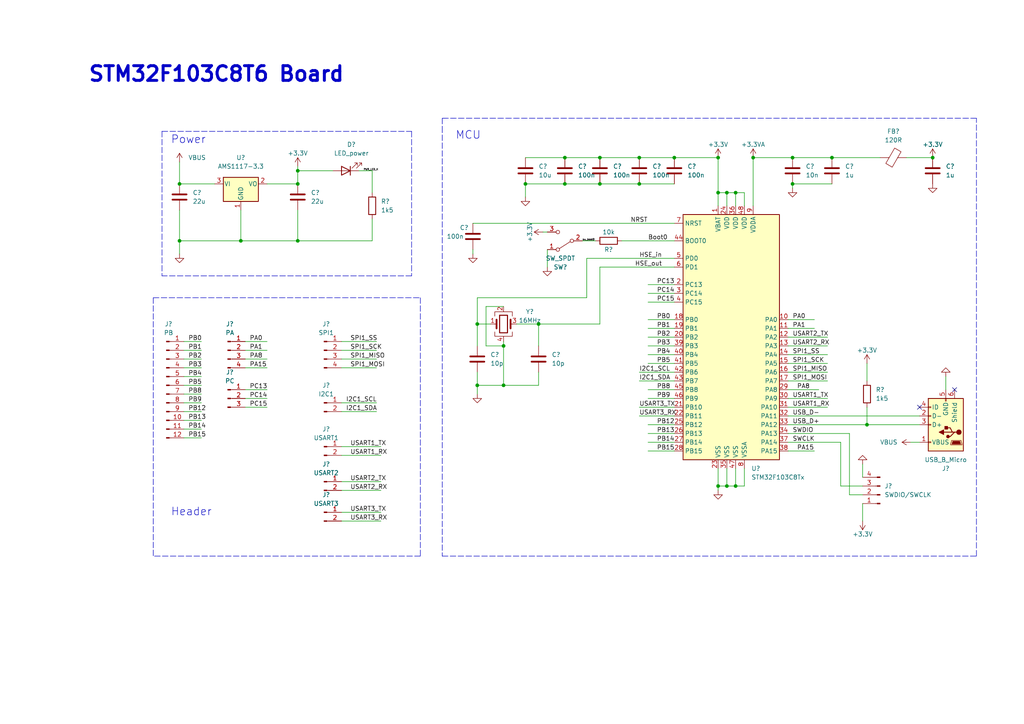
<source format=kicad_sch>
(kicad_sch (version 20211123) (generator eeschema)
  (paper "A4")
  (title_block (title "STM32 board") (date "2022-09-25") (company "Nguyen Duy Huan"))
  (lib_symbols
    (symbol "Connector:Conn_01x02_Male" (pin_names (offset 1.016) hide)
      (property "Reference" "J" (at 0 2.54 0))
      (property "Value" "Conn_01x02_Male" (at 0 -5.08 0))
      (symbol "Conn_01x02_Male_1_1"
        (polyline (pts (xy 1.27 -2.54) (xy 0.8636 -2.54)) (stroke (width 0.1524)))
        (polyline (pts (xy 1.27 0) (xy 0.8636 0)) (stroke (width 0.1524)))
        (rectangle (start 0.8636 -2.413) (end 0 -2.667) (stroke (width 0.1524)) (fill (type outline)))
        (rectangle (start 0.8636 0.127) (end 0 -0.127) (stroke (width 0.1524)) (fill (type outline)))
        (pin passive line (at 5.08 0 180) (length 3.81) (name "Pin_1") (number "1"))
        (pin passive line (at 5.08 -2.54 180) (length 3.81) (name "Pin_2") (number "2"))
      )
    )
    (symbol "Connector:Conn_01x03_Male" (pin_names (offset 1.016) hide)
      (property "Reference" "J" (at 0 5.08 0))
      (property "Value" "Conn_01x03_Male" (at 0 -5.08 0))
      (symbol "Conn_01x03_Male_1_1"
        (polyline (pts (xy 1.27 -2.54) (xy 0.8636 -2.54)) (stroke (width 0.1524)))
        (polyline (pts (xy 1.27 0) (xy 0.8636 0)) (stroke (width 0.1524)))
        (polyline (pts (xy 1.27 2.54) (xy 0.8636 2.54)) (stroke (width 0.1524)))
        (rectangle (start 0.8636 -2.413) (end 0 -2.667) (stroke (width 0.1524)) (fill (type outline)))
        (rectangle (start 0.8636 0.127) (end 0 -0.127) (stroke (width 0.1524)) (fill (type outline)))
        (rectangle (start 0.8636 2.667) (end 0 2.413) (stroke (width 0.1524)) (fill (type outline)))
        (pin passive line (at 5.08 2.54 180) (length 3.81) (name "Pin_1") (number "1"))
        (pin passive line (at 5.08 0 180) (length 3.81) (name "Pin_2") (number "2"))
        (pin passive line (at 5.08 -2.54 180) (length 3.81) (name "Pin_3") (number "3"))
      )
    )
    (symbol "Connector:Conn_01x04_Male" (pin_names (offset 1.016) hide)
      (property "Reference" "J" (at 0 5.08 0))
      (property "Value" "Conn_01x04_Male" (at 0 -7.62 0))
      (symbol "Conn_01x04_Male_1_1"
        (polyline (pts (xy 1.27 -5.08) (xy 0.8636 -5.08)) (stroke (width 0.1524)))
        (polyline (pts (xy 1.27 -2.54) (xy 0.8636 -2.54)) (stroke (width 0.1524)))
        (polyline (pts (xy 1.27 0) (xy 0.8636 0)) (stroke (width 0.1524)))
        (polyline (pts (xy 1.27 2.54) (xy 0.8636 2.54)) (stroke (width 0.1524)))
        (rectangle (start 0.8636 -4.953) (end 0 -5.207) (stroke (width 0.1524)) (fill (type outline)))
        (rectangle (start 0.8636 -2.413) (end 0 -2.667) (stroke (width 0.1524)) (fill (type outline)))
        (rectangle (start 0.8636 0.127) (end 0 -0.127) (stroke (width 0.1524)) (fill (type outline)))
        (rectangle (start 0.8636 2.667) (end 0 2.413) (stroke (width 0.1524)) (fill (type outline)))
        (pin passive line (at 5.08 2.54 180) (length 3.81) (name "Pin_1") (number "1"))
        (pin passive line (at 5.08 0 180) (length 3.81) (name "Pin_2") (number "2"))
        (pin passive line (at 5.08 -2.54 180) (length 3.81) (name "Pin_3") (number "3"))
        (pin passive line (at 5.08 -5.08 180) (length 3.81) (name "Pin_4") (number "4"))
      )
    )
    (symbol "Connector:Conn_01x12_Male" (pin_names (offset 1.016) hide)
      (property "Reference" "J" (at 0 15.24 0))
      (property "Value" "Conn_01x12_Male" (at 0 -17.78 0))
      (symbol "Conn_01x12_Male_1_1"
        (polyline (pts (xy 1.27 -15.24) (xy 0.8636 -15.24)) (stroke (width 0.1524)))
        (polyline (pts (xy 1.27 -12.7) (xy 0.8636 -12.7)) (stroke (width 0.1524)))
        (polyline (pts (xy 1.27 -10.16) (xy 0.8636 -10.16)) (stroke (width 0.1524)))
        (polyline (pts (xy 1.27 -7.62) (xy 0.8636 -7.62)) (stroke (width 0.1524)))
        (polyline (pts (xy 1.27 -5.08) (xy 0.8636 -5.08)) (stroke (width 0.1524)))
        (polyline (pts (xy 1.27 -2.54) (xy 0.8636 -2.54)) (stroke (width 0.1524)))
        (polyline (pts (xy 1.27 0) (xy 0.8636 0)) (stroke (width 0.1524)))
        (polyline (pts (xy 1.27 2.54) (xy 0.8636 2.54)) (stroke (width 0.1524)))
        (polyline (pts (xy 1.27 5.08) (xy 0.8636 5.08)) (stroke (width 0.1524)))
        (polyline (pts (xy 1.27 7.62) (xy 0.8636 7.62)) (stroke (width 0.1524)))
        (polyline (pts (xy 1.27 10.16) (xy 0.8636 10.16)) (stroke (width 0.1524)))
        (polyline (pts (xy 1.27 12.7) (xy 0.8636 12.7)) (stroke (width 0.1524)))
        (rectangle (start 0.8636 -15.113) (end 0 -15.367) (stroke (width 0.1524)) (fill (type outline)))
        (rectangle (start 0.8636 -12.573) (end 0 -12.827) (stroke (width 0.1524)) (fill (type outline)))
        (rectangle (start 0.8636 -10.033) (end 0 -10.287) (stroke (width 0.1524)) (fill (type outline)))
        (rectangle (start 0.8636 -7.493) (end 0 -7.747) (stroke (width 0.1524)) (fill (type outline)))
        (rectangle (start 0.8636 -4.953) (end 0 -5.207) (stroke (width 0.1524)) (fill (type outline)))
        (rectangle (start 0.8636 -2.413) (end 0 -2.667) (stroke (width 0.1524)) (fill (type outline)))
        (rectangle (start 0.8636 0.127) (end 0 -0.127) (stroke (width 0.1524)) (fill (type outline)))
        (rectangle (start 0.8636 2.667) (end 0 2.413) (stroke (width 0.1524)) (fill (type outline)))
        (rectangle (start 0.8636 5.207) (end 0 4.953) (stroke (width 0.1524)) (fill (type outline)))
        (rectangle (start 0.8636 7.747) (end 0 7.493) (stroke (width 0.1524)) (fill (type outline)))
        (rectangle (start 0.8636 10.287) (end 0 10.033) (stroke (width 0.1524)) (fill (type outline)))
        (rectangle (start 0.8636 12.827) (end 0 12.573) (stroke (width 0.1524)) (fill (type outline)))
        (pin passive line (at 5.08 12.7 180) (length 3.81) (name "Pin_1") (number "1"))
        (pin passive line (at 5.08 -10.16 180) (length 3.81) (name "Pin_10") (number "10"))
        (pin passive line (at 5.08 -12.7 180) (length 3.81) (name "Pin_11") (number "11"))
        (pin passive line (at 5.08 -15.24 180) (length 3.81) (name "Pin_12") (number "12"))
        (pin passive line (at 5.08 10.16 180) (length 3.81) (name "Pin_2") (number "2"))
        (pin passive line (at 5.08 7.62 180) (length 3.81) (name "Pin_3") (number "3"))
        (pin passive line (at 5.08 5.08 180) (length 3.81) (name "Pin_4") (number "4"))
        (pin passive line (at 5.08 2.54 180) (length 3.81) (name "Pin_5") (number "5"))
        (pin passive line (at 5.08 0 180) (length 3.81) (name "Pin_6") (number "6"))
        (pin passive line (at 5.08 -2.54 180) (length 3.81) (name "Pin_7") (number "7"))
        (pin passive line (at 5.08 -5.08 180) (length 3.81) (name "Pin_8") (number "8"))
        (pin passive line (at 5.08 -7.62 180) (length 3.81) (name "Pin_9") (number "9"))
      )
    )
    (symbol "Connector:USB_B_Micro" (pin_names (offset 1.016))
      (property "Reference" "J" (at -5.08 11.43 0))
      (property "Value" "USB_B_Micro" (at -5.08 8.89 0))
      (symbol "USB_B_Micro_0_1"
        (rectangle (start -5.08 -7.62) (end 5.08 7.62) (stroke (width 0.254)) (fill (type background)))
        (circle (center -3.81 2.159) (radius 0.635) (stroke (width 0.254)) (fill (type outline)))
        (circle (center -0.635 3.429) (radius 0.381) (stroke (width 0.254)) (fill (type outline)))
        (rectangle (start -0.127 -7.62) (end 0.127 -6.858))
        (polyline (pts (xy -1.905 2.159) (xy 0.635 2.159)) (stroke (width 0.254)))
        (polyline (pts (xy -3.175 2.159) (xy -2.54 2.159) (xy -1.27 3.429) (xy -0.635 3.429)) (stroke (width 0.254)))
        (polyline (pts (xy -2.54 2.159) (xy -1.905 2.159) (xy -1.27 0.889) (xy 0 0.889)) (stroke (width 0.254)))
        (polyline (pts (xy 0.635 2.794) (xy 0.635 1.524) (xy 1.905 2.159) (xy 0.635 2.794)) (stroke (width 0.254)) (fill (type outline)))
        (polyline (pts (xy -4.318 5.588) (xy -1.778 5.588) (xy -2.032 4.826) (xy -4.064 4.826) (xy -4.318 5.588)) (fill (type outline)))
        (polyline (pts (xy -4.699 5.842) (xy -4.699 5.588) (xy -4.445 4.826) (xy -4.445 4.572) (xy -1.651 4.572) (xy -1.651 4.826) (xy -1.397 5.588) (xy -1.397 5.842) (xy -4.699 5.842)))
        (rectangle (start 0.254 1.27) (end -0.508 0.508) (stroke (width 0.254)) (fill (type outline)))
        (rectangle (start 5.08 -5.207) (end 4.318 -4.953))
        (rectangle (start 5.08 -2.667) (end 4.318 -2.413))
        (rectangle (start 5.08 -0.127) (end 4.318 0.127))
        (rectangle (start 5.08 4.953) (end 4.318 5.207))
      )
      (symbol "USB_B_Micro_1_1"
        (pin power_out line (at 7.62 5.08 180) (length 2.54) (name "VBUS") (number "1"))
        (pin bidirectional line (at 7.62 -2.54 180) (length 2.54) (name "D-") (number "2"))
        (pin bidirectional line (at 7.62 0 180) (length 2.54) (name "D+") (number "3"))
        (pin passive line (at 7.62 -5.08 180) (length 2.54) (name "ID") (number "4"))
        (pin power_out line (at 0 -10.16 90) (length 2.54) (name "GND") (number "5"))
        (pin passive line (at -2.54 -10.16 90) (length 2.54) (name "Shield") (number "6"))
      )
    )
    (symbol "Device:C" (pin_numbers hide) (pin_names (offset 0.254))
      (property "Reference" "C" (at 0.635 2.54 0))
      (property "Value" "C" (at 0.635 -2.54 0))
      (symbol "C_0_1"
        (polyline (pts (xy -2.032 -0.762) (xy 2.032 -0.762)) (stroke (width 0.508)))
        (polyline (pts (xy -2.032 0.762) (xy 2.032 0.762)) (stroke (width 0.508)))
      )
      (symbol "C_1_1"
        (pin passive line (at 0 3.81 270) (length 2.794) (name "~") (number "1"))
        (pin passive line (at 0 -3.81 90) (length 2.794) (name "~") (number "2"))
      )
    )
    (symbol "Device:Crystal_GND24" (pin_names (offset 1.016) hide)
      (property "Reference" "Y" (at 3.175 5.08 0))
      (property "Value" "Crystal_GND24" (at 3.175 3.175 0))
      (symbol "Crystal_GND24_0_1"
        (rectangle (start -1.143 2.54) (end 1.143 -2.54) (stroke (width 0.3048)))
        (polyline (pts (xy -2.54 0) (xy -2.032 0)))
        (polyline (pts (xy -2.032 -1.27) (xy -2.032 1.27)) (stroke (width 0.508)))
        (polyline (pts (xy 0 -3.81) (xy 0 -3.556)))
        (polyline (pts (xy 0 3.556) (xy 0 3.81)))
        (polyline (pts (xy 2.032 -1.27) (xy 2.032 1.27)) (stroke (width 0.508)))
        (polyline (pts (xy 2.032 0) (xy 2.54 0)))
        (polyline (pts (xy -2.54 -2.286) (xy -2.54 -3.556) (xy 2.54 -3.556) (xy 2.54 -2.286)))
        (polyline (pts (xy -2.54 2.286) (xy -2.54 3.556) (xy 2.54 3.556) (xy 2.54 2.286)))
      )
      (symbol "Crystal_GND24_1_1"
        (pin passive line (at -3.81 0 0) (length 1.27) (name "1") (number "1"))
        (pin passive line (at 0 5.08 270) (length 1.27) (name "2") (number "2"))
        (pin passive line (at 3.81 0 180) (length 1.27) (name "3") (number "3"))
        (pin passive line (at 0 -5.08 90) (length 1.27) (name "4") (number "4"))
      )
    )
    (symbol "Device:FerriteBead" (pin_numbers hide) (pin_names (offset 0))
      (property "Reference" "FB" (at -3.81 0.635 90))
      (property "Value" "FerriteBead" (at 3.81 0 90))
      (symbol "FerriteBead_0_1"
        (polyline (pts (xy 0 -1.27) (xy 0 -1.2192)))
        (polyline (pts (xy 0 1.27) (xy 0 1.2954)))
        (polyline (pts (xy -2.7686 0.4064) (xy -1.7018 2.2606) (xy 2.7686 -0.3048) (xy 1.6764 -2.159) (xy -2.7686 0.4064)))
      )
      (symbol "FerriteBead_1_1"
        (pin passive line (at 0 3.81 270) (length 2.54) (name "~") (number "1"))
        (pin passive line (at 0 -3.81 90) (length 2.54) (name "~") (number "2"))
      )
    )
    (symbol "Device:LED" (pin_numbers hide) (pin_names (offset 1.016) hide)
      (property "Reference" "D" (at 0 2.54 0))
      (property "Value" "LED" (at 0 -2.54 0))
      (symbol "LED_0_1"
        (polyline (pts (xy -1.27 -1.27) (xy -1.27 1.27)) (stroke (width 0.254)))
        (polyline (pts (xy -1.27 0) (xy 1.27 0)))
        (polyline (pts (xy 1.27 -1.27) (xy 1.27 1.27) (xy -1.27 0) (xy 1.27 -1.27)) (stroke (width 0.254)))
        (polyline (pts (xy -3.048 -0.762) (xy -4.572 -2.286) (xy -3.81 -2.286) (xy -4.572 -2.286) (xy -4.572 -1.524)))
        (polyline (pts (xy -1.778 -0.762) (xy -3.302 -2.286) (xy -2.54 -2.286) (xy -3.302 -2.286) (xy -3.302 -1.524)))
      )
      (symbol "LED_1_1"
        (pin passive line (at -3.81 0 0) (length 2.54) (name "K") (number "1"))
        (pin passive line (at 3.81 0 180) (length 2.54) (name "A") (number "2"))
      )
    )
    (symbol "Device:R" (pin_numbers hide) (pin_names (offset 0))
      (property "Reference" "R" (at 2.032 0 90))
      (property "Value" "R" (at 0 0 90))
      (symbol "R_0_1"
        (rectangle (start -1.016 -2.54) (end 1.016 2.54) (stroke (width 0.254)))
      )
      (symbol "R_1_1"
        (pin passive line (at 0 3.81 270) (length 1.27) (name "~") (number "1"))
        (pin passive line (at 0 -3.81 90) (length 1.27) (name "~") (number "2"))
      )
    )
    (symbol "MCU_ST_STM32F1:STM32F103C8Tx"
      (property "Reference" "U" (at -15.24 36.83 0))
      (property "Value" "STM32F103C8Tx" (at 7.62 36.83 0))
      (symbol "STM32F103C8Tx_0_1"
        (rectangle (start -15.24 -35.56) (end 12.7 35.56) (stroke (width 0.254)) (fill (type background)))
      )
      (symbol "STM32F103C8Tx_1_1"
        (pin power_in line (at -5.08 38.1 270) (length 2.54) (name "VBAT") (number "1"))
        (pin bidirectional line (at 15.24 5.08 180) (length 2.54) (name "PA0") (number "10"))
        (pin bidirectional line (at 15.24 2.54 180) (length 2.54) (name "PA1") (number "11"))
        (pin bidirectional line (at 15.24 0 180) (length 2.54) (name "PA2") (number "12"))
        (pin bidirectional line (at 15.24 -2.54 180) (length 2.54) (name "PA3") (number "13"))
        (pin bidirectional line (at 15.24 -5.08 180) (length 2.54) (name "PA4") (number "14"))
        (pin bidirectional line (at 15.24 -7.62 180) (length 2.54) (name "PA5") (number "15"))
        (pin bidirectional line (at 15.24 -10.16 180) (length 2.54) (name "PA6") (number "16"))
        (pin bidirectional line (at 15.24 -12.7 180) (length 2.54) (name "PA7") (number "17"))
        (pin bidirectional line (at -17.78 5.08 0) (length 2.54) (name "PB0") (number "18"))
        (pin bidirectional line (at -17.78 2.54 0) (length 2.54) (name "PB1") (number "19"))
        (pin bidirectional line (at -17.78 15.24 0) (length 2.54) (name "PC13") (number "2"))
        (pin bidirectional line (at -17.78 0 0) (length 2.54) (name "PB2") (number "20"))
        (pin bidirectional line (at -17.78 -20.32 0) (length 2.54) (name "PB10") (number "21"))
        (pin bidirectional line (at -17.78 -22.86 0) (length 2.54) (name "PB11") (number "22"))
        (pin power_in line (at -5.08 -38.1 90) (length 2.54) (name "VSS") (number "23"))
        (pin power_in line (at -2.54 38.1 270) (length 2.54) (name "VDD") (number "24"))
        (pin bidirectional line (at -17.78 -25.4 0) (length 2.54) (name "PB12") (number "25"))
        (pin bidirectional line (at -17.78 -27.94 0) (length 2.54) (name "PB13") (number "26"))
        (pin bidirectional line (at -17.78 -30.48 0) (length 2.54) (name "PB14") (number "27"))
        (pin bidirectional line (at -17.78 -33.02 0) (length 2.54) (name "PB15") (number "28"))
        (pin bidirectional line (at 15.24 -15.24 180) (length 2.54) (name "PA8") (number "29"))
        (pin bidirectional line (at -17.78 12.7 0) (length 2.54) (name "PC14") (number "3"))
        (pin bidirectional line (at 15.24 -17.78 180) (length 2.54) (name "PA9") (number "30"))
        (pin bidirectional line (at 15.24 -20.32 180) (length 2.54) (name "PA10") (number "31"))
        (pin bidirectional line (at 15.24 -22.86 180) (length 2.54) (name "PA11") (number "32"))
        (pin bidirectional line (at 15.24 -25.4 180) (length 2.54) (name "PA12") (number "33"))
        (pin bidirectional line (at 15.24 -27.94 180) (length 2.54) (name "PA13") (number "34"))
        (pin power_in line (at -2.54 -38.1 90) (length 2.54) (name "VSS") (number "35"))
        (pin power_in line (at 0 38.1 270) (length 2.54) (name "VDD") (number "36"))
        (pin bidirectional line (at 15.24 -30.48 180) (length 2.54) (name "PA14") (number "37"))
        (pin bidirectional line (at 15.24 -33.02 180) (length 2.54) (name "PA15") (number "38"))
        (pin bidirectional line (at -17.78 -2.54 0) (length 2.54) (name "PB3") (number "39"))
        (pin bidirectional line (at -17.78 10.16 0) (length 2.54) (name "PC15") (number "4"))
        (pin bidirectional line (at -17.78 -5.08 0) (length 2.54) (name "PB4") (number "40"))
        (pin bidirectional line (at -17.78 -7.62 0) (length 2.54) (name "PB5") (number "41"))
        (pin bidirectional line (at -17.78 -10.16 0) (length 2.54) (name "PB6") (number "42"))
        (pin bidirectional line (at -17.78 -12.7 0) (length 2.54) (name "PB7") (number "43"))
        (pin input line (at -17.78 27.94 0) (length 2.54) (name "BOOT0") (number "44"))
        (pin bidirectional line (at -17.78 -15.24 0) (length 2.54) (name "PB8") (number "45"))
        (pin bidirectional line (at -17.78 -17.78 0) (length 2.54) (name "PB9") (number "46"))
        (pin power_in line (at 0 -38.1 90) (length 2.54) (name "VSS") (number "47"))
        (pin power_in line (at 2.54 38.1 270) (length 2.54) (name "VDD") (number "48"))
        (pin input line (at -17.78 22.86 0) (length 2.54) (name "PD0") (number "5"))
        (pin input line (at -17.78 20.32 0) (length 2.54) (name "PD1") (number "6"))
        (pin input line (at -17.78 33.02 0) (length 2.54) (name "NRST") (number "7"))
        (pin power_in line (at 2.54 -38.1 90) (length 2.54) (name "VSSA") (number "8"))
        (pin power_in line (at 5.08 38.1 270) (length 2.54) (name "VDDA") (number "9"))
      )
    )
    (symbol "Regulator_Linear:AMS1117-3.3" (pin_names (offset 0.254))
      (property "Reference" "U" (at -3.81 3.175 0))
      (property "Value" "AMS1117-3.3" (at 0 3.175 0))
      (symbol "AMS1117-3.3_0_1"
        (rectangle (start -5.08 -5.08) (end 5.08 1.905) (stroke (width 0.254)) (fill (type background)))
      )
      (symbol "AMS1117-3.3_1_1"
        (pin power_in line (at 0 -7.62 90) (length 2.54) (name "GND") (number "1"))
        (pin power_out line (at 7.62 0 180) (length 2.54) (name "VO") (number "2"))
        (pin power_in line (at -7.62 0 0) (length 2.54) (name "VI") (number "3"))
      )
    )
    (symbol "Switch:SW_SPDT" (pin_names (offset 0) hide)
      (property "Reference" "SW" (at 0 4.318 0))
      (property "Value" "SW_SPDT" (at 0 -5.08 0))
      (symbol "SW_SPDT_0_0"
        (circle (center -2.032 0) (radius 0.508))
        (circle (center 2.032 -2.54) (radius 0.508))
      )
      (symbol "SW_SPDT_0_1"
        (polyline (pts (xy -1.524 0.254) (xy 1.651 2.286)))
        (circle (center 2.032 2.54) (radius 0.508))
      )
      (symbol "SW_SPDT_1_1"
        (pin passive line (at 5.08 2.54 180) (length 2.54) (name "A") (number "1"))
        (pin passive line (at -5.08 0 0) (length 2.54) (name "B") (number "2"))
        (pin passive line (at 5.08 -2.54 180) (length 2.54) (name "C") (number "3"))
      )
    )
    (symbol "power:+3.3V" (power) (pin_names (offset 0))
      (property "Value" "+3.3V" (at 0 3.556 0))
      (symbol "+3.3V_0_1"
        (polyline (pts (xy -0.762 1.27) (xy 0 2.54)))
        (polyline (pts (xy 0 0) (xy 0 2.54)))
        (polyline (pts (xy 0 2.54) (xy 0.762 1.27)))
      )
      (symbol "+3.3V_1_1"
        (pin power_in line (at 0 0 90) (length 0) hide (name "+3.3V") (number "1"))
      )
    )
    (symbol "power:+3.3VA" (power) (pin_names (offset 0))
      (property "Value" "+3.3VA" (at 0 3.556 0))
      (symbol "+3.3VA_0_1"
        (polyline (pts (xy -0.762 1.27) (xy 0 2.54)))
        (polyline (pts (xy 0 0) (xy 0 2.54)))
        (polyline (pts (xy 0 2.54) (xy 0.762 1.27)))
      )
      (symbol "+3.3VA_1_1"
        (pin power_in line (at 0 0 90) (length 0) hide (name "+3.3VA") (number "1"))
      )
    )
    (symbol "power:GND" (power) (pin_names (offset 0))
      (property "Value" "GND" (at 0 -3.81 0))
      (symbol "GND_0_1"
        (polyline (pts (xy 0 0) (xy 0 -1.27) (xy 1.27 -1.27) (xy 0 -2.54) (xy -1.27 -1.27) (xy 0 -1.27)))
      )
      (symbol "GND_1_1"
        (pin power_in line (at 0 0 270) (length 0) hide (name "GND") (number "1"))
      )
    )
    (symbol "power:VBUS" (power) (pin_names (offset 0))
      (property "Value" "VBUS" (at 0 3.81 0))
      (symbol "VBUS_0_1"
        (polyline (pts (xy -0.762 1.27) (xy 0 2.54)))
        (polyline (pts (xy 0 0) (xy 0 2.54)))
        (polyline (pts (xy 0 2.54) (xy 0.762 1.27)))
      )
      (symbol "VBUS_1_1"
        (pin power_in line (at 0 0 90) (length 0) hide (name "VBUS") (number "1"))
      )
    )
  )
  (junction (at 173.99 53.34))
  (junction (at 229.87 45.72))
  (junction (at 213.36 140.97))
  (junction (at 146.05 111.76))
  (junction (at 185.42 53.34))
  (junction (at 208.28 45.72))
  (junction (at 208.28 140.97))
  (junction (at 218.44 45.72))
  (junction (at 146.05 100.33))
  (junction (at 213.36 55.88))
  (junction (at 185.42 45.72))
  (junction (at 86.36 53.34))
  (junction (at 251.46 123.19))
  (junction (at 86.36 49.53))
  (junction (at 163.83 45.72))
  (junction (at 229.87 53.34))
  (junction (at 173.99 45.72))
  (junction (at 138.43 93.98))
  (junction (at 210.82 140.97))
  (junction (at 52.07 69.85))
  (junction (at 210.82 55.88))
  (junction (at 152.4 53.34))
  (junction (at 270.51 45.72))
  (junction (at 86.36 69.85))
  (junction (at 163.83 53.34))
  (junction (at 52.07 53.34))
  (junction (at 241.3 45.72))
  (junction (at 156.21 93.98))
  (junction (at 195.58 45.72))
  (junction (at 69.85 69.85))
  (junction (at 138.43 111.76))
  (junction (at 208.28 55.88))
  (no_connect (at 276.86 113.03))
  (no_connect (at 266.7 118.11))
  (wire (pts (xy 173.99 53.34) (xy 185.42 53.34)))
  (wire (pts (xy 53.34 114.3) (xy 58.42 114.3)))
  (wire (pts (xy 195.58 45.72) (xy 208.28 45.72)))
  (wire (pts (xy 170.18 74.93) (xy 195.58 74.93)))
  (wire (pts (xy 156.21 107.95) (xy 156.21 111.76)))
  (wire (pts (xy 71.12 99.06) (xy 77.47 99.06)))
  (wire (pts (xy 138.43 93.98) (xy 138.43 100.33)))
  (polyline (pts (xy 44.45 86.36) (xy 44.45 161.29)))
  (wire (pts (xy 187.96 97.79) (xy 195.58 97.79)))
  (wire (pts (xy 99.06 129.54) (xy 110.49 129.54)))
  (wire (pts (xy 243.84 128.27) (xy 243.84 140.97)))
  (wire (pts (xy 187.96 128.27) (xy 195.58 128.27)))
  (wire (pts (xy 69.85 60.96) (xy 69.85 69.85)))
  (polyline (pts (xy 283.21 34.29) (xy 128.27 34.29)))
  (wire (pts (xy 187.96 100.33) (xy 195.58 100.33)))
  (wire (pts (xy 187.96 87.63) (xy 195.58 87.63)))
  (wire (pts (xy 173.99 93.98) (xy 173.99 77.47)))
  (wire (pts (xy 158.75 72.39) (xy 158.75 77.47)))
  (wire (pts (xy 71.12 113.03) (xy 77.47 113.03)))
  (wire (pts (xy 228.6 120.65) (xy 266.7 120.65)))
  (wire (pts (xy 213.36 55.88) (xy 210.82 55.88)))
  (wire (pts (xy 152.4 45.72) (xy 163.83 45.72)))
  (wire (pts (xy 156.21 93.98) (xy 173.99 93.98)))
  (wire (pts (xy 163.83 45.72) (xy 173.99 45.72)))
  (wire (pts (xy 185.42 120.65) (xy 195.58 120.65)))
  (wire (pts (xy 187.96 123.19) (xy 195.58 123.19)))
  (wire (pts (xy 185.42 107.95) (xy 195.58 107.95)))
  (wire (pts (xy 53.34 109.22) (xy 58.42 109.22)))
  (wire (pts (xy 228.6 128.27) (xy 243.84 128.27)))
  (wire (pts (xy 99.06 119.38) (xy 109.22 119.38)))
  (wire (pts (xy 173.99 45.72) (xy 185.42 45.72)))
  (wire (pts (xy 228.6 100.33) (xy 240.03 100.33)))
  (wire (pts (xy 208.28 135.89) (xy 208.28 140.97)))
  (wire (pts (xy 228.6 113.03) (xy 237.49 113.03)))
  (wire (pts (xy 53.34 121.92) (xy 58.42 121.92)))
  (wire (pts (xy 170.18 74.93) (xy 170.18 86.36)))
  (wire (pts (xy 138.43 107.95) (xy 138.43 111.76)))
  (wire (pts (xy 138.43 93.98) (xy 142.24 93.98)))
  (wire (pts (xy 137.16 64.77) (xy 195.58 64.77)))
  (wire (pts (xy 86.36 49.53) (xy 86.36 53.34)))
  (wire (pts (xy 77.47 53.34) (xy 86.36 53.34)))
  (wire (pts (xy 170.18 86.36) (xy 138.43 86.36)))
  (wire (pts (xy 52.07 60.96) (xy 52.07 69.85)))
  (wire (pts (xy 228.6 123.19) (xy 251.46 123.19)))
  (wire (pts (xy 250.19 134.62) (xy 250.19 138.43)))
  (wire (pts (xy 229.87 45.72) (xy 241.3 45.72)))
  (wire (pts (xy 185.42 53.34) (xy 195.58 53.34)))
  (polyline (pts (xy 119.38 38.1) (xy 119.38 80.01)))
  (wire (pts (xy 210.82 140.97) (xy 208.28 140.97)))
  (wire (pts (xy 274.32 109.22) (xy 274.32 113.03)))
  (wire (pts (xy 228.6 102.87) (xy 240.03 102.87)))
  (polyline (pts (xy 121.92 161.29) (xy 44.45 161.29)))
  (wire (pts (xy 156.21 93.98) (xy 156.21 100.33)))
  (wire (pts (xy 208.28 45.72) (xy 208.28 55.88)))
  (wire (pts (xy 137.16 73.66) (xy 137.16 72.39)))
  (wire (pts (xy 71.12 118.11) (xy 77.47 118.11)))
  (wire (pts (xy 215.9 55.88) (xy 213.36 55.88)))
  (wire (pts (xy 185.42 118.11) (xy 195.58 118.11)))
  (wire (pts (xy 86.36 48.26) (xy 86.36 49.53)))
  (wire (pts (xy 52.07 69.85) (xy 52.07 73.66)))
  (wire (pts (xy 228.6 92.71) (xy 236.22 92.71)))
  (wire (pts (xy 99.06 132.08) (xy 110.49 132.08)))
  (wire (pts (xy 246.38 143.51) (xy 250.19 143.51)))
  (wire (pts (xy 71.12 106.68) (xy 77.47 106.68)))
  (wire (pts (xy 146.05 111.76) (xy 138.43 111.76)))
  (wire (pts (xy 208.28 140.97) (xy 208.28 142.24)))
  (wire (pts (xy 187.96 125.73) (xy 195.58 125.73)))
  (wire (pts (xy 210.82 55.88) (xy 208.28 55.88)))
  (polyline (pts (xy 283.21 161.29) (xy 283.21 34.29)))
  (wire (pts (xy 157.48 67.31) (xy 158.75 67.31)))
  (wire (pts (xy 140.97 100.33) (xy 146.05 100.33)))
  (wire (pts (xy 229.87 53.34) (xy 229.87 54.61)))
  (wire (pts (xy 243.84 140.97) (xy 250.19 140.97)))
  (wire (pts (xy 71.12 115.57) (xy 77.47 115.57)))
  (wire (pts (xy 52.07 46.99) (xy 52.07 53.34)))
  (wire (pts (xy 146.05 88.9) (xy 140.97 88.9)))
  (wire (pts (xy 187.96 92.71) (xy 195.58 92.71)))
  (polyline (pts (xy 46.99 38.1) (xy 46.99 80.01)))
  (polyline (pts (xy 119.38 80.01) (xy 46.99 80.01)))
  (wire (pts (xy 228.6 105.41) (xy 240.03 105.41)))
  (wire (pts (xy 107.95 49.53) (xy 107.95 55.88)))
  (wire (pts (xy 140.97 88.9) (xy 140.97 100.33)))
  (wire (pts (xy 228.6 130.81) (xy 236.22 130.81)))
  (wire (pts (xy 99.06 142.24) (xy 110.49 142.24)))
  (wire (pts (xy 146.05 100.33) (xy 146.05 111.76)))
  (wire (pts (xy 251.46 118.11) (xy 251.46 123.19)))
  (wire (pts (xy 229.87 53.34) (xy 241.3 53.34)))
  (wire (pts (xy 107.95 69.85) (xy 107.95 63.5)))
  (wire (pts (xy 262.89 45.72) (xy 270.51 45.72)))
  (wire (pts (xy 210.82 55.88) (xy 210.82 59.69)))
  (polyline (pts (xy 128.27 34.29) (xy 128.27 36.83)))
  (wire (pts (xy 71.12 101.6) (xy 77.47 101.6)))
  (wire (pts (xy 187.96 130.81) (xy 195.58 130.81)))
  (wire (pts (xy 218.44 45.72) (xy 218.44 59.69)))
  (wire (pts (xy 146.05 100.33) (xy 146.05 99.06)))
  (wire (pts (xy 228.6 110.49) (xy 240.03 110.49)))
  (wire (pts (xy 187.96 85.09) (xy 195.58 85.09)))
  (wire (pts (xy 156.21 111.76) (xy 146.05 111.76)))
  (wire (pts (xy 53.34 104.14) (xy 58.42 104.14)))
  (wire (pts (xy 215.9 140.97) (xy 213.36 140.97)))
  (wire (pts (xy 53.34 106.68) (xy 58.42 106.68)))
  (wire (pts (xy 53.34 99.06) (xy 58.42 99.06)))
  (wire (pts (xy 53.34 127) (xy 58.42 127)))
  (wire (pts (xy 152.4 53.34) (xy 152.4 57.15)))
  (wire (pts (xy 187.96 102.87) (xy 195.58 102.87)))
  (wire (pts (xy 187.96 82.55) (xy 195.58 82.55)))
  (wire (pts (xy 180.34 69.85) (xy 195.58 69.85)))
  (wire (pts (xy 99.06 99.06) (xy 109.22 99.06)))
  (wire (pts (xy 99.06 151.13) (xy 110.49 151.13)))
  (wire (pts (xy 168.91 69.85) (xy 172.72 69.85)))
  (wire (pts (xy 53.34 111.76) (xy 58.42 111.76)))
  (wire (pts (xy 185.42 45.72) (xy 195.58 45.72)))
  (wire (pts (xy 149.86 93.98) (xy 156.21 93.98)))
  (wire (pts (xy 138.43 86.36) (xy 138.43 93.98)))
  (wire (pts (xy 213.36 135.89) (xy 213.36 140.97)))
  (wire (pts (xy 185.42 110.49) (xy 195.58 110.49)))
  (wire (pts (xy 99.06 101.6) (xy 109.22 101.6)))
  (wire (pts (xy 69.85 69.85) (xy 52.07 69.85)))
  (polyline (pts (xy 44.45 86.36) (xy 121.92 86.36)))
  (wire (pts (xy 251.46 123.19) (xy 266.7 123.19)))
  (wire (pts (xy 246.38 125.73) (xy 246.38 143.51)))
  (wire (pts (xy 53.34 116.84) (xy 58.42 116.84)))
  (wire (pts (xy 52.07 53.34) (xy 62.23 53.34)))
  (wire (pts (xy 228.6 115.57) (xy 240.03 115.57)))
  (wire (pts (xy 229.87 45.72) (xy 218.44 45.72)))
  (wire (pts (xy 264.16 128.27) (xy 266.7 128.27)))
  (wire (pts (xy 215.9 59.69) (xy 215.9 55.88)))
  (wire (pts (xy 187.96 113.03) (xy 195.58 113.03)))
  (wire (pts (xy 138.43 111.76) (xy 138.43 114.3)))
  (wire (pts (xy 187.96 105.41) (xy 195.58 105.41)))
  (wire (pts (xy 228.6 97.79) (xy 240.03 97.79)))
  (wire (pts (xy 250.19 146.05) (xy 250.19 151.13)))
  (wire (pts (xy 104.14 49.53) (xy 107.95 49.53)))
  (wire (pts (xy 99.06 104.14) (xy 109.22 104.14)))
  (wire (pts (xy 187.96 95.25) (xy 195.58 95.25)))
  (wire (pts (xy 86.36 60.96) (xy 86.36 69.85)))
  (wire (pts (xy 251.46 105.41) (xy 251.46 110.49)))
  (wire (pts (xy 228.6 125.73) (xy 246.38 125.73)))
  (polyline (pts (xy 121.92 86.36) (xy 121.92 161.29)))
  (wire (pts (xy 187.96 115.57) (xy 195.58 115.57)))
  (wire (pts (xy 215.9 135.89) (xy 215.9 140.97)))
  (wire (pts (xy 99.06 106.68) (xy 109.22 106.68)))
  (wire (pts (xy 71.12 104.14) (xy 77.47 104.14)))
  (wire (pts (xy 213.36 140.97) (xy 210.82 140.97)))
  (wire (pts (xy 86.36 69.85) (xy 69.85 69.85)))
  (polyline (pts (xy 128.27 161.29) (xy 283.21 161.29)))
  (wire (pts (xy 53.34 124.46) (xy 58.42 124.46)))
  (wire (pts (xy 163.83 53.34) (xy 173.99 53.34)))
  (wire (pts (xy 228.6 95.25) (xy 236.22 95.25)))
  (polyline (pts (xy 46.99 38.1) (xy 119.38 38.1)))
  (wire (pts (xy 152.4 53.34) (xy 163.83 53.34)))
  (wire (pts (xy 208.28 55.88) (xy 208.28 59.69)))
  (wire (pts (xy 99.06 116.84) (xy 109.22 116.84)))
  (wire (pts (xy 99.06 139.7) (xy 110.49 139.7)))
  (wire (pts (xy 99.06 148.59) (xy 110.49 148.59)))
  (wire (pts (xy 210.82 135.89) (xy 210.82 140.97)))
  (wire (pts (xy 86.36 69.85) (xy 107.95 69.85)))
  (wire (pts (xy 228.6 107.95) (xy 240.03 107.95)))
  (wire (pts (xy 86.36 49.53) (xy 96.52 49.53)))
  (wire (pts (xy 213.36 59.69) (xy 213.36 55.88)))
  (wire (pts (xy 53.34 119.38) (xy 58.42 119.38)))
  (wire (pts (xy 53.34 101.6) (xy 58.42 101.6)))
  (wire (pts (xy 173.99 77.47) (xy 195.58 77.47)))
  (polyline (pts (xy 128.27 36.83) (xy 128.27 161.29)))
  (wire (pts (xy 228.6 118.11) (xy 240.03 118.11)))
  (wire (pts (xy 241.3 45.72) (xy 255.27 45.72)))
  (text "Header\n" (at 49.53 149.86 0) (effects (font (size 2.27 2.27)) (justify left bottom)))
  (text "STM32F103C8T6 Board" (at 25.4 24.13 0) (effects (font (size 4.27 4.27) (thickness 0.854) bold) (justify left bottom)))
  (text "Power\n" (at 49.53 41.91 0) (effects (font (size 2.27 2.27)) (justify left bottom)))
  (text "MCU" (at 132.08 40.64 0) (effects (font (size 2.27 2.27)) (justify left bottom)))
  (label "I2C1_SDA" (at 100.33 119.38 0))
  (label "USART2_TX" (at 101.6 139.7 0))
  (label "PA15" (at 231.14 130.81 0))
  (label "USART2_RX" (at 101.6 142.24 0))
  (label "PA1" (at 72.39 101.6 0))
  (label "SPI1_SCK" (at 229.87 105.41 0))
  (label "PB12" (at 54.61 119.38 0))
  (label "PB5" (at 54.61 111.76 0))
  (label "PC14" (at 72.39 115.57 0))
  (label "PB0" (at 54.61 99.06 0))
  (label "USART3_TX" (at 101.6 148.59 0))
  (label "I2C1_SCL" (at 185.42 107.95 0))
  (label "SPI1_MOSI" (at 101.6 106.68 0))
  (label "SPI1_SS" (at 101.6 99.06 0))
  (label "PA0" (at 229.87 92.71 0))
  (label "PB3" (at 54.61 106.68 0))
  (label "PB2" (at 190.5 97.79 0))
  (label "USART3_RX" (at 101.6 151.13 0))
  (label "I2C1_SDA" (at 185.42 110.49 0))
  (label "PB14" (at 190.5 128.27 0))
  (label "PB9" (at 54.61 116.84 0))
  (label "USART1_TX" (at 101.6 129.54 0))
  (label "HSE_in" (at 185.42 74.93 0))
  (label "USB_D-" (at 229.87 120.65 0))
  (label "sw_boot0" (at 168.91 69.85 0) (effects (font (size 0.5 0.5))))
  (label "PB8" (at 54.61 114.3 0))
  (label "PB15" (at 54.61 127 0))
  (label "Boot0" (at 187.96 69.85 0))
  (label "USART2_TX" (at 229.87 97.79 0))
  (label "SPI1_MISO" (at 229.87 107.95 0))
  (label "PC15" (at 72.39 118.11 0))
  (label "PB9" (at 190.5 115.57 0))
  (label "PB3" (at 190.5 100.33 0))
  (label "PC13" (at 190.5 82.55 0))
  (label "PB4" (at 54.61 109.22 0))
  (label "USART1_RX" (at 229.87 118.11 0))
  (label "SPI1_MOSI" (at 229.87 110.49 0))
  (label "USART1_TX" (at 229.87 115.57 0))
  (label "PB13" (at 54.61 121.92 0))
  (label "PB5" (at 190.5 105.41 0))
  (label "SPI1_SCK" (at 101.6 101.6 0))
  (label "PA15" (at 72.39 106.68 0))
  (label "PB0" (at 190.5 92.71 0))
  (label "PA1" (at 229.87 95.25 0))
  (label "SPI1_SS" (at 229.87 102.87 0))
  (label "PB15" (at 190.5 130.81 0))
  (label "PB2" (at 54.61 104.14 0))
  (label "SWCLK" (at 229.87 128.27 0))
  (label "I2C1_SCL" (at 100.33 116.84 0))
  (label "PA0" (at 72.39 99.06 0))
  (label "USB_D+" (at 229.87 123.19 0))
  (label "PWR_LED_K" (at 105.41 49.53 0) (effects (font (size 0.5 0.5))))
  (label "PC13" (at 72.39 113.03 0))
  (label "PB1" (at 190.5 95.25 0))
  (label "SWDIO" (at 229.87 125.73 0))
  (label "USART3_TX" (at 185.42 118.11 0))
  (label "NRST" (at 182.88 64.77 0))
  (label "PB1" (at 54.61 101.6 0))
  (label "PB12" (at 190.5 123.19 0))
  (label "PA8" (at 72.39 104.14 0))
  (label "PB14" (at 54.61 124.46 0))
  (label "PC15" (at 190.5 87.63 0))
  (label "SPI1_MISO" (at 101.6 104.14 0))
  (label "PB4" (at 190.5 102.87 0))
  (label "PA8" (at 231.14 113.03 0))
  (label "PC14" (at 190.5 85.09 0))
  (label "USART3_RX" (at 185.42 120.65 0))
  (label "PB8" (at 190.5 113.03 0))
  (label "HSE_out" (at 184.15 77.47 0))
  (label "PB13" (at 190.5 125.73 0))
  (label "USART1_RX" (at 101.6 132.08 0))
  (label "USART2_RX" (at 229.87 100.33 0))
  (symbol (lib_id "power:GND") (at 208.28 142.24 0) (unit 1)
    (property "Reference" "#PWR?" (effects hide))
    (property "Value" "GND" (effects hide))
  )
  (symbol (lib_id "power:VBUS") (at 52.07 46.99 0) (unit 1)
    (property "Reference" "#PWR?" (effects hide))
    (property "Value" "VBUS" (at 54.61 45.7199 0) (effects (justify left)))
  )
  (symbol (lib_id "Device:C") (at 241.3 49.53 0) (unit 1)
    (property "Reference" "C?" (at 245.11 48.2599 0) (effects (justify left)))
    (property "Value" "1u" (at 245.11 50.7999 0) (effects (justify left)))
  )
  (symbol (lib_id "Device:C") (at 270.51 49.53 0) (unit 1)
    (property "Reference" "C?" (at 274.32 48.2599 0) (effects (justify left)))
    (property "Value" "1u" (at 274.32 50.7999 0) (effects (justify left)))
  )
  (symbol (lib_id "Connector:Conn_01x12_Male") (at 48.26 111.76 0) (unit 1)
    (property "Reference" "J?" (at 48.895 93.98 0))
    (property "Value" "PB" (at 48.895 96.52 0))
  )
  (symbol (lib_id "Connector:USB_B_Micro") (at 274.32 123.19 180) (unit 1)
    (property "Reference" "J?" (at 274.32 135.89 0))
    (property "Value" "USB_B_Micro" (at 274.32 133.35 0))
  )
  (symbol (lib_id "Switch:SW_SPDT") (at 163.83 69.85 180) (unit 1)
    (property "Reference" "SW?" (at 162.56 77.47 0))
    (property "Value" "SW_SPDT" (at 162.56 74.93 0))
  )
  (symbol (lib_id "Device:C") (at 138.43 104.14 0) (unit 1)
    (property "Reference" "C?" (at 142.24 102.8699 0) (effects (justify left)))
    (property "Value" "10p" (at 142.24 105.4099 0) (effects (justify left)))
  )
  (symbol (lib_id "Device:R") (at 251.46 114.3 0) (unit 1)
    (property "Reference" "R?" (at 254 113.0299 0) (effects (justify left)))
    (property "Value" "1k5" (at 254 115.5699 0) (effects (justify left)))
  )
  (symbol (lib_id "Device:LED") (at 100.33 49.53 180) (unit 1)
    (property "Reference" "D?" (at 101.9175 41.91 0))
    (property "Value" "LED_power" (at 101.9175 44.45 0))
  )
  (symbol (lib_id "power:VBUS") (at 264.16 128.27 90) (unit 1)
    (property "Reference" "#PWR?" (effects hide))
    (property "Value" "VBUS" (at 260.35 128.2699 90) (effects (justify left)))
  )
  (symbol (lib_id "Device:C") (at 163.83 49.53 0) (unit 1)
    (property "Reference" "C?" (at 167.64 48.2599 0) (effects (justify left)))
    (property "Value" "100n" (at 167.64 50.7999 0) (effects (justify left)))
  )
  (symbol (lib_id "Device:C") (at 195.58 49.53 0) (unit 1)
    (property "Reference" "C?" (at 199.39 48.2599 0) (effects (justify left)))
    (property "Value" "100n" (at 199.39 50.7999 0) (effects (justify left)))
  )
  (symbol (lib_id "Device:FerriteBead") (at 259.08 45.72 270) (unit 1)
    (property "Reference" "FB?" (at 259.1308 38.1 90))
    (property "Value" "120R" (at 259.1308 40.64 90))
  )
  (symbol (lib_id "power:GND") (at 250.19 134.62 180) (unit 1)
    (property "Reference" "#PWR?" (effects hide))
    (property "Value" "GND" (effects hide))
  )
  (symbol (lib_id "Device:Crystal_GND24") (at 146.05 93.98 0) (unit 1)
    (property "Reference" "Y?" (at 153.67 90.3986 0))
    (property "Value" "16MHz" (at 153.67 92.9386 0))
  )
  (symbol (lib_id "Device:C") (at 52.07 57.15 0) (unit 1)
    (property "Reference" "C?" (at 55.88 55.8799 0) (effects (justify left)))
    (property "Value" "22u" (at 55.88 58.4199 0) (effects (justify left)))
  )
  (symbol (lib_id "power:GND") (at 274.32 109.22 180) (unit 1)
    (property "Reference" "#PWR?" (effects hide))
    (property "Value" "GND" (effects hide))
  )
  (symbol (lib_id "power:+3.3V") (at 86.36 48.26 0) (unit 1)
    (property "Reference" "#PWR?" (effects hide))
    (property "Value" "+3.3V" (at 86.36 44.45 0))
  )
  (symbol (lib_id "Connector:Conn_01x03_Male") (at 66.04 115.57 0) (unit 1)
    (property "Reference" "J?" (at 66.675 107.95 0))
    (property "Value" "PC" (at 66.675 110.49 0))
  )
  (symbol (lib_id "Connector:Conn_01x02_Male") (at 93.98 116.84 0) (unit 1)
    (property "Reference" "J?" (at 94.615 111.76 0))
    (property "Value" "I2C1" (at 94.615 114.3 0))
  )
  (symbol (lib_id "Device:C") (at 137.16 68.58 0) (unit 1)
    (property "Reference" "C?" (at 133.35 66.04 0) (effects (justify left)))
    (property "Value" "100n" (at 129.54 68.58 0) (effects (justify left)))
  )
  (symbol (lib_id "Connector:Conn_01x04_Male") (at 255.27 143.51 180) (unit 1)
    (property "Reference" "J?" (at 256.54 140.9699 0) (effects (justify right)))
    (property "Value" "SWDIO/SWCLK" (at 256.54 143.5099 0) (effects (justify right)))
  )
  (symbol (lib_id "power:+3.3V") (at 250.19 151.13 180) (unit 1)
    (property "Reference" "#PWR?" (effects hide))
    (property "Value" "+3.3V" (at 250.19 154.94 0))
  )
  (symbol (lib_id "power:GND") (at 137.16 73.66 0) (unit 1)
    (property "Reference" "#PWR?" (effects hide))
    (property "Value" "GND" (effects hide))
  )
  (symbol (lib_id "Device:C") (at 86.36 57.15 0) (unit 1)
    (property "Reference" "C?" (at 90.17 55.8799 0) (effects (justify left)))
    (property "Value" "22u" (at 90.17 58.4199 0) (effects (justify left)))
  )
  (symbol (lib_id "Connector:Conn_01x02_Male") (at 93.98 139.7 0) (unit 1)
    (property "Reference" "J?" (at 94.615 134.62 0))
    (property "Value" "USART2" (at 94.615 137.16 0))
  )
  (symbol (lib_id "Connector:Conn_01x02_Male") (at 93.98 129.54 0) (unit 1)
    (property "Reference" "J?" (at 94.615 124.46 0))
    (property "Value" "USART1" (at 94.615 127 0))
  )
  (symbol (lib_id "power:+3.3V") (at 251.46 105.41 0) (unit 1)
    (property "Reference" "#PWR?" (effects hide))
    (property "Value" "+3.3V" (at 251.46 101.6 0))
  )
  (symbol (lib_id "power:+3.3V") (at 270.51 45.72 0) (unit 1)
    (property "Reference" "#PWR?" (effects hide))
    (property "Value" "+3.3V" (at 270.51 41.91 0))
  )
  (symbol (lib_id "Connector:Conn_01x04_Male") (at 66.04 101.6 0) (unit 1)
    (property "Reference" "J?" (at 66.675 93.98 0))
    (property "Value" "PA" (at 66.675 96.52 0))
  )
  (symbol (lib_id "Connector:Conn_01x02_Male") (at 93.98 148.59 0) (unit 1)
    (property "Reference" "J?" (at 94.615 143.51 0))
    (property "Value" "USART3" (at 94.615 146.05 0))
  )
  (symbol (lib_id "Device:C") (at 185.42 49.53 0) (unit 1)
    (property "Reference" "C?" (at 189.23 48.2599 0) (effects (justify left)))
    (property "Value" "100n" (at 189.23 50.7999 0) (effects (justify left)))
  )
  (symbol (lib_id "Connector:Conn_01x04_Male") (at 93.98 101.6 0) (unit 1)
    (property "Reference" "J?" (at 94.615 93.98 0))
    (property "Value" "SPI1" (at 94.615 96.52 0))
  )
  (symbol (lib_id "MCU_ST_STM32F1:STM32F103C8Tx") (at 213.36 97.79 0) (unit 1)
    (property "Reference" "U?" (at 217.9194 135.89 0) (effects (justify left)))
    (property "Value" "STM32F103C8Tx" (at 217.9194 138.43 0) (effects (justify left)))
    (property "Footprint" "Package_QFP:LQFP-48_7x7mm_P0.5mm" (effects hide))
    (property "Datasheet" "http://www.st.com/st-web-ui/static/active/en/resource/technical/document/datasheet/CD00161566.pdf" (effects hide))
  )
  (symbol (lib_id "Device:C") (at 152.4 49.53 0) (unit 1)
    (property "Reference" "C?" (at 156.21 48.2599 0) (effects (justify left)))
    (property "Value" "10u" (at 156.21 50.7999 0) (effects (justify left)))
  )
  (symbol (lib_id "power:GND") (at 229.87 54.61 0) (unit 1)
    (property "Reference" "#PWR?" (effects hide))
    (property "Value" "GND" (effects hide))
  )
  (symbol (lib_id "power:GND") (at 270.51 53.34 0) (unit 1)
    (property "Reference" "#PWR?" (effects hide))
    (property "Value" "GND" (effects hide))
  )
  (symbol (lib_id "power:GND") (at 52.07 73.66 0) (unit 1)
    (property "Reference" "#PWR?" (effects hide))
    (property "Value" "GND" (effects hide))
  )
  (symbol (lib_id "power:+3.3V") (at 157.48 67.31 90) (unit 1)
    (property "Reference" "#PWR?" (effects hide))
    (property "Value" "+3.3V" (at 153.67 67.31 0))
  )
  (symbol (lib_id "power:GND") (at 158.75 77.47 0) (unit 1)
    (property "Reference" "#PWR?" (effects hide))
    (property "Value" "GND" (effects hide))
  )
  (symbol (lib_id "power:GND") (at 138.43 114.3 0) (unit 1)
    (property "Reference" "#PWR?" (effects hide))
    (property "Value" "GND" (effects hide))
  )
  (symbol (lib_id "Device:C") (at 156.21 104.14 0) (unit 1)
    (property "Reference" "C?" (at 160.02 102.8699 0) (effects (justify left)))
    (property "Value" "10p" (at 160.02 105.4099 0) (effects (justify left)))
  )
  (symbol (lib_id "power:GND") (at 152.4 57.15 0) (unit 1)
    (property "Reference" "#PWR?" (effects hide))
    (property "Value" "GND" (effects hide))
  )
  (symbol (lib_id "power:+3.3V") (at 208.28 45.72 0) (unit 1)
    (property "Reference" "#PWR?" (effects hide))
    (property "Value" "+3.3V" (at 208.28 41.91 0))
  )
  (symbol (lib_id "power:+3.3VA") (at 218.44 45.72 0) (unit 1)
    (property "Reference" "#PWR?" (effects hide))
    (property "Value" "+3.3VA" (at 218.44 41.91 0))
  )
  (symbol (lib_id "Device:R") (at 176.53 69.85 90) (unit 1)
    (property "Reference" "R?" (at 176.53 72.39 90))
    (property "Value" "10k" (at 176.53 67.31 90))
  )
  (symbol (lib_id "Device:C") (at 173.99 49.53 0) (unit 1)
    (property "Reference" "C?" (at 177.8 48.2599 0) (effects (justify left)))
    (property "Value" "100n" (at 177.8 50.7999 0) (effects (justify left)))
  )
  (symbol (lib_id "Regulator_Linear:AMS1117-3.3") (at 69.85 53.34 0) (unit 1)
    (property "Reference" "U?" (at 69.85 45.72 0))
    (property "Value" "AMS1117-3.3" (at 69.85 48.26 0))
    (property "Footprint" "Package_TO_SOT_SMD:SOT-223-3_TabPin2" (effects hide))
    (property "Datasheet" "http://www.advanced-monolithic.com/pdf/ds1117.pdf" (effects hide))
  )
  (symbol (lib_id "Device:R") (at 107.95 59.69 0) (unit 1)
    (property "Reference" "R?" (at 110.49 58.4199 0) (effects (justify left)))
    (property "Value" "1k5" (at 110.49 60.9599 0) (effects (justify left)))
  )
  (symbol (lib_id "Device:C") (at 229.87 49.53 0) (unit 1)
    (property "Reference" "C?" (at 233.68 48.2599 0) (effects (justify left)))
    (property "Value" "10n" (at 233.68 50.7999 0) (effects (justify left)))
  )
)
</source>
